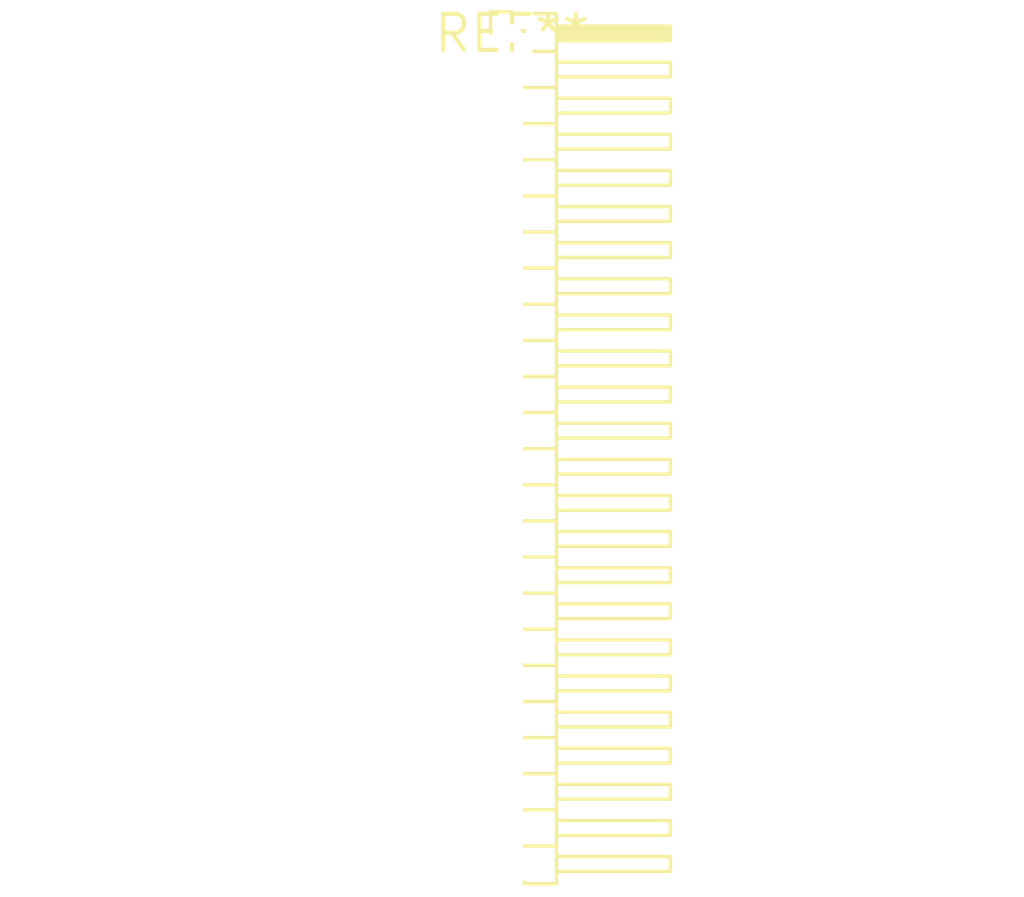
<source format=kicad_pcb>
(kicad_pcb (version 20240108) (generator pcbnew)
  (layers (0 "F.Cu" signal) (31 "B.Cu" signal) (34 "B.Paste" user) (35 "F.Paste" user) (36 "B.SilkS" user "B.Silkscreen") (37 "F.SilkS" user "F.Silkscreen") (38 "B.Mask" user) (39 "F.Mask" user) (44 "Edge.Cuts" user))
  (net 0 "")
  (footprint "PinHeader_1x24_P1.27mm_Horizontal" (layer "F.Cu") (at 0 0)
    (property "Reference" "REF**")
    (property "Value" "PinHeader_1x24_P1.27mm_Horizontal")
    (fp_line (start -0.76 -0.76) (end 0 -0.76) (layer "F.SilkS") (stroke (width 0.12)))
    (fp_line (start -0.76 0) (end -0.76 -0.76) (layer "F.SilkS") (stroke (width 0.12)))
    (fp_line (start 0.44 1.889677) (end 0.44 1.920323) (layer "F.SilkS") (stroke (width 0.12)))
    (fp_line (start 0.44 1.905) (end 1.56 1.905) (layer "F.SilkS") (stroke (width 0.12)))
    (fp_line (start 0.44 3.159677) (end 0.44 3.190323) (layer "F.SilkS") (stroke (width 0.12)))
    (fp_line (start 0.44 3.175) (end 1.56 3.175) (layer "F.SilkS") (stroke (width 0.12)))
    (fp_line (start 0.44 4.429677) (end 0.44 4.460323) (layer "F.SilkS") (stroke (width 0.12)))
    (fp_line (start 0.44 4.445) (end 1.56 4.445) (layer "F.SilkS") (stroke (width 0.12)))
    (fp_line (start 0.44 5.699677) (end 0.44 5.730323) (layer "F.SilkS") (stroke (width 0.12)))
    (fp_line (start 0.44 5.715) (end 1.56 5.715) (layer "F.SilkS") (stroke (width 0.12)))
    (fp_line (start 0.44 6.969677) (end 0.44 7.000323) (layer "F.SilkS") (stroke (width 0.12)))
    (fp_line (start 0.44 6.985) (end 1.56 6.985) (layer "F.SilkS") (stroke (width 0.12)))
    (fp_line (start 0.44 8.239677) (end 0.44 8.270323) (layer "F.SilkS") (stroke (width 0.12)))
    (fp_line (start 0.44 8.255) (end 1.56 8.255) (layer "F.SilkS") (stroke (width 0.12)))
    (fp_line (start 0.44 9.509677) (end 0.44 9.540323) (layer "F.SilkS") (stroke (width 0.12)))
    (fp_line (start 0.44 9.525) (end 1.56 9.525) (layer "F.SilkS") (stroke (width 0.12)))
    (fp_line (start 0.44 10.779677) (end 0.44 10.810323) (layer "F.SilkS") (stroke (width 0.12)))
    (fp_line (start 0.44 10.795) (end 1.56 10.795) (layer "F.SilkS") (stroke (width 0.12)))
    (fp_line (start 0.44 12.049677) (end 0.44 12.080323) (layer "F.SilkS") (stroke (width 0.12)))
    (fp_line (start 0.44 12.065) (end 1.56 12.065) (layer "F.SilkS") (stroke (width 0.12)))
    (fp_line (start 0.44 13.319677) (end 0.44 13.350323) (layer "F.SilkS") (stroke (width 0.12)))
    (fp_line (start 0.44 13.335) (end 1.56 13.335) (layer "F.SilkS") (stroke (width 0.12)))
    (fp_line (start 0.44 14.589677) (end 0.44 14.620323) (layer "F.SilkS") (stroke (width 0.12)))
    (fp_line (start 0.44 14.605) (end 1.56 14.605) (layer "F.SilkS") (stroke (width 0.12)))
    (fp_line (start 0.44 15.859677) (end 0.44 15.890323) (layer "F.SilkS") (stroke (width 0.12)))
    (fp_line (start 0.44 15.875) (end 1.56 15.875) (layer "F.SilkS") (stroke (width 0.12)))
    (fp_line (start 0.44 17.129677) (end 0.44 17.160323) (layer "F.SilkS") (stroke (width 0.12)))
    (fp_line (start 0.44 17.145) (end 1.56 17.145) (layer "F.SilkS") (stroke (width 0.12)))
    (fp_line (start 0.44 18.399677) (end 0.44 18.430323) (layer "F.SilkS") (stroke (width 0.12)))
    (fp_line (start 0.44 18.415) (end 1.56 18.415) (layer "F.SilkS") (stroke (width 0.12)))
    (fp_line (start 0.44 19.669677) (end 0.44 19.700323) (layer "F.SilkS") (stroke (width 0.12)))
    (fp_line (start 0.44 19.685) (end 1.56 19.685) (layer "F.SilkS") (stroke (width 0.12)))
    (fp_line (start 0.44 20.939677) (end 0.44 20.970323) (layer "F.SilkS") (stroke (width 0.12)))
    (fp_line (start 0.44 20.955) (end 1.56 20.955) (layer "F.SilkS") (stroke (width 0.12)))
    (fp_line (start 0.44 22.209677) (end 0.44 22.240323) (layer "F.SilkS") (stroke (width 0.12)))
    (fp_line (start 0.44 22.225) (end 1.56 22.225) (layer "F.SilkS") (stroke (width 0.12)))
    (fp_line (start 0.44 23.479677) (end 0.44 23.510323) (layer "F.SilkS") (stroke (width 0.12)))
    (fp_line (start 0.44 23.495) (end 1.56 23.495) (layer "F.SilkS") (stroke (width 0.12)))
    (fp_line (start 0.44 24.749677) (end 0.44 24.780323) (layer "F.SilkS") (stroke (width 0.12)))
    (fp_line (start 0.44 24.765) (end 1.56 24.765) (layer "F.SilkS") (stroke (width 0.12)))
    (fp_line (start 0.44 26.019677) (end 0.44 26.050323) (layer "F.SilkS") (stroke (width 0.12)))
    (fp_line (start 0.44 26.035) (end 1.56 26.035) (layer "F.SilkS") (stroke (width 0.12)))
    (fp_line (start 0.44 27.289677) (end 0.44 27.320323) (layer "F.SilkS") (stroke (width 0.12)))
    (fp_line (start 0.44 27.305) (end 1.56 27.305) (layer "F.SilkS") (stroke (width 0.12)))
    (fp_line (start 0.44 28.559677) (end 0.44 28.590323) (layer "F.SilkS") (stroke (width 0.12)))
    (fp_line (start 0.44 28.575) (end 1.56 28.575) (layer "F.SilkS") (stroke (width 0.12)))
    (fp_line (start 0.44 29.905) (end 0.44 29.829677) (layer "F.SilkS") (stroke (width 0.12)))
    (fp_line (start 0.76 -0.695) (end 1.56 -0.695) (layer "F.SilkS") (stroke (width 0.12)))
    (fp_line (start 0.76 0.635) (end 1.56 0.635) (layer "F.SilkS") (stroke (width 0.12)))
    (fp_line (start 1.56 -0.695) (end 1.56 29.905) (layer "F.SilkS") (stroke (width 0.12)))
    (fp_line (start 1.56 -0.26) (end 5.56 -0.26) (layer "F.SilkS") (stroke (width 0.12)))
    (fp_line (start 1.56 -0.2) (end 5.56 -0.2) (layer "F.SilkS") (stroke (width 0.12)))
    (fp_line (start 1.56 -0.08) (end 5.56 -0.08) (layer "F.SilkS") (stroke (width 0.12)))
    (fp_line (start 1.56 0.04) (end 5.56 0.04) (layer "F.SilkS") (stroke (width 0.12)))
    (fp_line (start 1.56 0.16) (end 5.56 0.16) (layer "F.SilkS") (stroke (width 0.12)))
    (fp_line (start 1.56 1.01) (end 5.56 1.01) (layer "F.SilkS") (stroke (width 0.12)))
    (fp_line (start 1.56 2.28) (end 5.56 2.28) (layer "F.SilkS") (stroke (width 0.12)))
    (fp_line (start 1.56 3.55) (end 5.56 3.55) (layer "F.SilkS") (stroke (width 0.12)))
    (fp_line (start 1.56 4.82) (end 5.56 4.82) (layer "F.SilkS") (stroke (width 0.12)))
    (fp_line (start 1.56 6.09) (end 5.56 6.09) (layer "F.SilkS") (stroke (width 0.12)))
    (fp_line (start 1.56 7.36) (end 5.56 7.36) (layer "F.SilkS") (stroke (width 0.12)))
    (fp_line (start 1.56 8.63) (end 5.56 8.63) (layer "F.SilkS") (stroke (width 0.12)))
    (fp_line (start 1.56 9.9) (end 5.56 9.9) (layer "F.SilkS") (stroke (width 0.12)))
    (fp_line (start 1.56 11.17) (end 5.56 11.17) (layer "F.SilkS") (stroke (width 0.12)))
    (fp_line (start 1.56 12.44) (end 5.56 12.44) (layer "F.SilkS") (stroke (width 0.12)))
    (fp_line (start 1.56 13.71) (end 5.56 13.71) (layer "F.SilkS") (stroke (width 0.12)))
    (fp_line (start 1.56 14.98) (end 5.56 14.98) (layer "F.SilkS") (stroke (width 0.12)))
    (fp_line (start 1.56 16.25) (end 5.56 16.25) (layer "F.SilkS") (stroke (width 0.12)))
    (fp_line (start 1.56 17.52) (end 5.56 17.52) (layer "F.SilkS") (stroke (width 0.12)))
    (fp_line (start 1.56 18.79) (end 5.56 18.79) (layer "F.SilkS") (stroke (width 0.12)))
    (fp_line (start 1.56 20.06) (end 5.56 20.06) (layer "F.SilkS") (stroke (width 0.12)))
    (fp_line (start 1.56 21.33) (end 5.56 21.33) (layer "F.SilkS") (stroke (width 0.12)))
    (fp_line (start 1.56 22.6) (end 5.56 22.6) (layer "F.SilkS") (stroke (width 0.12)))
    (fp_line (start 1.56 23.87) (end 5.56 23.87) (layer "F.SilkS") (stroke (width 0.12)))
    (fp_line (start 1.56 25.14) (end 5.56 25.14) (layer "F.SilkS") (stroke (width 0.12)))
    (fp_line (start 1.56 26.41) (end 5.56 26.41) (layer "F.SilkS") (stroke (width 0.12)))
    (fp_line (start 1.56 27.68) (end 5.56 27.68) (layer "F.SilkS") (stroke (width 0.12)))
    (fp_line (start 1.56 28.95) (end 5.56 28.95) (layer "F.SilkS") (stroke (width 0.12)))
    (fp_line (start 1.56 29.905) (end 0.44 29.905) (layer "F.SilkS") (stroke (width 0.12)))
    (fp_line (start 5.56 -0.26) (end 5.56 0.26) (layer "F.SilkS") (stroke (width 0.12)))
    (fp_line (start 5.56 0.26) (end 1.56 0.26) (layer "F.SilkS") (stroke (width 0.12)))
    (fp_line (start 5.56 1.01) (end 5.56 1.53) (layer "F.SilkS") (stroke (width 0.12)))
    (fp_line (start 5.56 1.53) (end 1.56 1.53) (layer "F.SilkS") (stroke (width 0.12)))
    (fp_line (start 5.56 2.28) (end 5.56 2.8) (layer "F.SilkS") (stroke (width 0.12)))
    (fp_line (start 5.56 2.8) (end 1.56 2.8) (layer "F.SilkS") (stroke (width 0.12)))
    (fp_line (start 5.56 3.55) (end 5.56 4.07) (layer "F.SilkS") (stroke (width 0.12)))
    (fp_line (start 5.56 4.07) (end 1.56 4.07) (layer "F.SilkS") (stroke (width 0.12)))
    (fp_line (start 5.56 4.82) (end 5.56 5.34) (layer "F.SilkS") (stroke (width 0.12)))
    (fp_line (start 5.56 5.34) (end 1.56 5.34) (layer "F.SilkS") (stroke (width 0.12)))
    (fp_line (start 5.56 6.09) (end 5.56 6.61) (layer "F.SilkS") (stroke (width 0.12)))
    (fp_line (start 5.56 6.61) (end 1.56 6.61) (layer "F.SilkS") (stroke (width 0.12)))
    (fp_line (start 5.56 7.36) (end 5.56 7.88) (layer "F.SilkS") (stroke (width 0.12)))
    (fp_line (start 5.56 7.88) (end 1.56 7.88) (layer "F.SilkS") (stroke (width 0.12)))
    (fp_line (start 5.56 8.63) (end 5.56 9.15) (layer "F.SilkS") (stroke (width 0.12)))
    (fp_line (start 5.56 9.15) (end 1.56 9.15) (layer "F.SilkS") (stroke (width 0.12)))
    (fp_line (start 5.56 9.9) (end 5.56 10.42) (layer "F.SilkS") (stroke (width 0.12)))
    (fp_line (start 5.56 10.42) (end 1.56 10.42) (layer "F.SilkS") (stroke (width 0.12)))
    (fp_line (start 5.56 11.17) (end 5.56 11.69) (layer "F.SilkS") (stroke (width 0.12)))
    (fp_line (start 5.56 11.69) (end 1.56 11.69) (layer "F.SilkS") (stroke (width 0.12)))
    (fp_line (start 5.56 12.44) (end 5.56 12.96) (layer "F.SilkS") (stroke (width 0.12)))
    (fp_line (start 5.56 12.96) (end 1.56 12.96) (layer "F.SilkS") (stroke (width 0.12)))
    (fp_line (start 5.56 13.71) (end 5.56 14.23) (layer "F.SilkS") (stroke (width 0.12)))
    (fp_line (start 5.56 14.23) (end 1.56 14.23) (layer "F.SilkS") (stroke (width 0.12)))
    (fp_line (start 5.56 14.98) (end 5.56 15.5) (layer "F.SilkS") (stroke (width 0.12)))
    (fp_line (start 5.56 15.5) (end 1.56 15.5) (layer "F.SilkS") (stroke (width 0.12)))
    (fp_line (start 5.56 16.25) (end 5.56 16.77) (layer "F.SilkS") (stroke (width 0.12)))
    (fp_line (start 5.56 16.77) (end 1.56 16.77) (layer "F.SilkS") (stroke (width 0.12)))
    (fp_line (start 5.56 17.52) (end 5.56 18.04) (layer "F.SilkS") (stroke (width 0.12)))
    (fp_line (start 5.56 18.04) (end 1.56 18.04) (layer "F.SilkS") (stroke (width 0.12)))
    (fp_line (start 5.56 18.79) (end 5.56 19.31) (layer "F.SilkS") (stroke (width 0.12)))
    (fp_line (start 5.56 19.31) (end 1.56 19.31) (layer "F.SilkS") (stroke (width 0.12)))
    (fp_line (start 5.56 20.06) (end 5.56 20.58) (layer "F.SilkS") (stroke (width 0.12)))
    (fp_line (start 5.56 20.58) (end 1.56 20.58) (layer "F.SilkS") (stroke (width 0.12)))
    (fp_line (start 5.56 21.33) (end 5.56 21.85) (layer "F.SilkS") (stroke (width 0.12)))
    (fp_line (start 5.56 21.85) (end 1.56 21.85) (layer "F.SilkS") (stroke (width 0.12)))
    (fp_line (start 5.56 22.6) (end 5.56 23.12) (layer "F.SilkS") (stroke (width 0.12)))
    (fp_line (start 5.56 23.12) (end 1.56 23.12) (layer "F.SilkS") (stroke (width 0.12)))
    (fp_line (start 5.56 23.87) (end 5.56 24.39) (layer "F.SilkS") (stroke (width 0.12)))
    (fp_line (start 5.56 24.39) (end 1.56 24.39) (layer "F.SilkS") (stroke (width 0.12)))
    (fp_line (start 5.56 25.14) (end 5.56 25.66) (layer "F.SilkS") (stroke (width 0.12)))
    (fp_line (start 5.56 25.66) (end 1.56 25.66) (layer "F.SilkS") (stroke (width 0.12)))
    (fp_line (start 5.56 26.41) (end 5.56 26.93) (layer "F.SilkS") (stroke (width 0.12)))
    (fp_line (start 5.56 26.93) (end 1.56 26.93) (layer "F.SilkS") (stroke (width 0.12)))
    (fp_line (start 5.56 27.68) (end 5.56 28.2) (layer "F.SilkS") (stroke (width 0.12)))
    (fp_line (start 5.56 28.2) (end 1.56 28.2) (layer "F.SilkS") (stroke (width 0.12)))
    (fp_line (start 5.56 28.95) (end 5.56 29.47) (layer "F.SilkS") (stroke (width 0.12)))
    (fp_line (start 5.56 29.47) (end 1.56 29.47) (layer "F.SilkS") (stroke (width 0.12)))
    (pad "1" thru_hole rect (at 0 0) (size 1 1) (drill 0.65) (layers *.Cu *.Mask) (remove_unused_layers))
    (pad "2" thru_hole oval (at 0 1.27) (size 1 1) (drill 0.65) (layers *.Cu *.Mask) (remove_unused_layers))
    (pad "3" thru_hole oval (at 0 2.54) (size 1 1) (drill 0.65) (layers *.Cu *.Mask) (remove_unused_layers))
    (pad "4" thru_hole oval (at 0 3.81) (size 1 1) (drill 0.65) (layers *.Cu *.Mask) (remove_unused_layers))
    (pad "5" thru_hole oval (at 0 5.08) (size 1 1) (drill 0.65) (layers *.Cu *.Mask) (remove_unused_layers))
    (pad "6" thru_hole oval (at 0 6.35) (size 1 1) (drill 0.65) (layers *.Cu *.Mask) (remove_unused_layers))
    (pad "7" thru_hole oval (at 0 7.62) (size 1 1) (drill 0.65) (layers *.Cu *.Mask) (remove_unused_layers))
    (pad "8" thru_hole oval (at 0 8.89) (size 1 1) (drill 0.65) (layers *.Cu *.Mask) (remove_unused_layers))
    (pad "9" thru_hole oval (at 0 10.16) (size 1 1) (drill 0.65) (layers *.Cu *.Mask) (remove_unused_layers))
    (pad "10" thru_hole oval (at 0 11.43) (size 1 1) (drill 0.65) (layers *.Cu *.Mask) (remove_unused_layers))
    (pad "11" thru_hole oval (at 0 12.7) (size 1 1) (drill 0.65) (layers *.Cu *.Mask) (remove_unused_layers))
    (pad "12" thru_hole oval (at 0 13.97) (size 1 1) (drill 0.65) (layers *.Cu *.Mask) (remove_unused_layers))
    (pad "13" thru_hole oval (at 0 15.24) (size 1 1) (drill 0.65) (layers *.Cu *.Mask) (remove_unused_layers))
    (pad "14" thru_hole oval (at 0 16.51) (size 1 1) (drill 0.65) (layers *.Cu *.Mask) (remove_unused_layers))
    (pad "15" thru_hole oval (at 0 17.78) (size 1 1) (drill 0.65) (layers *.Cu *.Mask) (remove_unused_layers))
    (pad "16" thru_hole oval (at 0 19.05) (size 1 1) (drill 0.65) (layers *.Cu *.Mask) (remove_unused_layers))
    (pad "17" thru_hole oval (at 0 20.32) (size 1 1) (drill 0.65) (layers *.Cu *.Mask) (remove_unused_layers))
    (pad "18" thru_hole oval (at 0 21.59) (size 1 1) (drill 0.65) (layers *.Cu *.Mask) (remove_unused_layers))
    (pad "19" thru_hole oval (at 0 22.86) (size 1 1) (drill 0.65) (layers *.Cu *.Mask) (remove_unused_layers))
    (pad "20" thru_hole oval (at 0 24.13) (size 1 1) (drill 0.65) (layers *.Cu *.Mask) (remove_unused_layers))
    (pad "21" thru_hole oval (at 0 25.4) (size 1 1) (drill 0.65) (layers *.Cu *.Mask) (remove_unused_layers))
    (pad "22" thru_hole oval (at 0 26.67) (size 1 1) (drill 0.65) (layers *.Cu *.Mask) (remove_unused_layers))
    (pad "23" thru_hole oval (at 0 27.94) (size 1 1) (drill 0.65) (layers *.Cu *.Mask) (remove_unused_layers))
    (pad "24" thru_hole oval (at 0 29.21) (size 1 1) (drill 0.65) (layers *.Cu *.Mask) (remove_unused_layers))
  )
)
</source>
